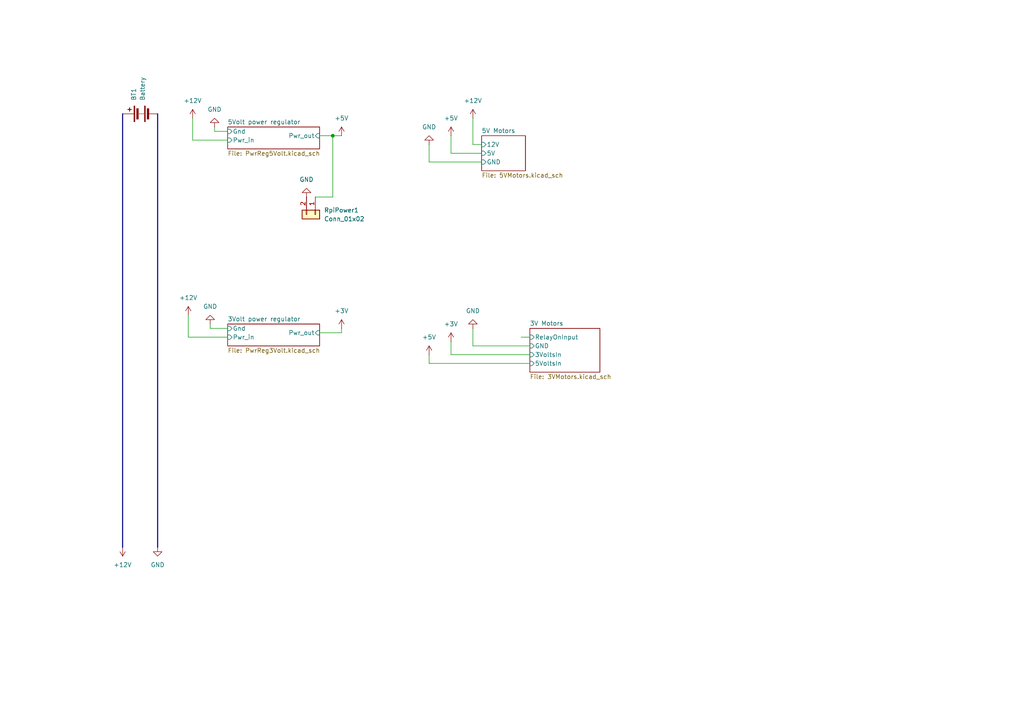
<source format=kicad_sch>
(kicad_sch (version 20231120) (generator "eeschema") (generator_version "8.0")
  (paper "A4")
  (lib_symbols
    (symbol "Connector_Generic:Conn_01x02" (pin_names (offset 1.016) hide)
      (property "Reference" "J" (at 0 2.54 0))
      (property "Value" "Conn_01x02" (at 0 -5.08 0))
      (symbol "Conn_01x02_1_1"
        (rectangle (start -1.27 -2.413) (end 0 -2.667) (stroke (width 0.1524)))
        (rectangle (start -1.27 0.127) (end 0 -0.127) (stroke (width 0.1524)))
        (rectangle (start -1.27 1.27) (end 1.27 -3.81) (stroke (width 0.254)) (fill (type background)))
        (pin passive line (at -5.08 0 0) (length 3.81) (name "Pin_1") (number "1"))
        (pin passive line (at -5.08 -2.54 0) (length 3.81) (name "Pin_2") (number "2"))
      )
    )
    (symbol "Device:Battery" (pin_numbers hide) (pin_names (offset 0) hide)
      (property "Reference" "BT" (at 2.54 2.54 0))
      (property "Value" "Battery" (at 2.54 0 0))
      (symbol "Battery_0_1"
        (rectangle (start -2.286 -1.27) (end 2.286 -1.524) (fill (type outline)))
        (rectangle (start -2.286 1.778) (end 2.286 1.524) (fill (type outline)))
        (rectangle (start -1.524 -2.032) (end 1.524 -2.54) (fill (type outline)))
        (rectangle (start -1.524 1.016) (end 1.524 0.508) (fill (type outline)))
        (polyline (pts (xy 0 -1.016) (xy 0 -0.762)))
        (polyline (pts (xy 0 -0.508) (xy 0 -0.254)))
        (polyline (pts (xy 0 0) (xy 0 0.254)))
        (polyline (pts (xy 0 1.778) (xy 0 2.54)))
        (polyline (pts (xy 0.762 3.048) (xy 1.778 3.048)) (stroke (width 0.254)))
        (polyline (pts (xy 1.27 3.556) (xy 1.27 2.54)) (stroke (width 0.254)))
      )
      (symbol "Battery_1_1"
        (pin passive line (at 0 5.08 270) (length 2.54) (name "+") (number "1"))
        (pin passive line (at 0 -5.08 90) (length 2.54) (name "-") (number "2"))
      )
    )
    (symbol "power:+12V" (power) (pin_numbers hide) (pin_names (offset 0) hide)
      (property "Value" "+12V" (at 0 3.556 0))
      (symbol "+12V_0_1"
        (polyline (pts (xy -0.762 1.27) (xy 0 2.54)))
        (polyline (pts (xy 0 0) (xy 0 2.54)))
        (polyline (pts (xy 0 2.54) (xy 0.762 1.27)))
      )
      (symbol "+12V_1_1"
        (pin power_in line (at 0 0 90) (length 0) (name "~") (number "1"))
      )
    )
    (symbol "power:+3.3V" (power) (pin_numbers hide) (pin_names (offset 0) hide)
      (property "Value" "+3.3V" (at 0 3.556 0))
      (symbol "+3.3V_0_1"
        (polyline (pts (xy -0.762 1.27) (xy 0 2.54)))
        (polyline (pts (xy 0 0) (xy 0 2.54)))
        (polyline (pts (xy 0 2.54) (xy 0.762 1.27)))
      )
      (symbol "+3.3V_1_1"
        (pin power_in line (at 0 0 90) (length 0) (name "~") (number "1"))
      )
    )
    (symbol "power:+5V" (power) (pin_numbers hide) (pin_names (offset 0) hide)
      (property "Value" "+5V" (at 0 3.556 0))
      (symbol "+5V_0_1"
        (polyline (pts (xy -0.762 1.27) (xy 0 2.54)))
        (polyline (pts (xy 0 0) (xy 0 2.54)))
        (polyline (pts (xy 0 2.54) (xy 0.762 1.27)))
      )
      (symbol "+5V_1_1"
        (pin power_in line (at 0 0 90) (length 0) (name "~") (number "1"))
      )
    )
    (symbol "power:GND" (power) (pin_numbers hide) (pin_names (offset 0) hide)
      (property "Value" "GND" (at 0 -3.81 0))
      (symbol "GND_0_1"
        (polyline (pts (xy 0 0) (xy 0 -1.27) (xy 1.27 -1.27) (xy 0 -2.54) (xy -1.27 -1.27) (xy 0 -1.27)))
      )
      (symbol "GND_1_1"
        (pin power_in line (at 0 0 270) (length 0) (name "~") (number "1"))
      )
    )
  )
  (junction (at 96.52 39.37))
  (wire (pts (xy 153.67 102.87) (xy 130.81 102.87)))
  (wire (pts (xy 139.7 41.91) (xy 137.16 41.91)))
  (wire (pts (xy 96.52 39.37) (xy 99.06 39.37)))
  (wire (pts (xy 62.23 38.1) (xy 62.23 36.83)))
  (wire (pts (xy 151.13 97.79) (xy 153.67 97.79)))
  (wire (pts (xy 124.46 102.87) (xy 124.46 105.41)))
  (wire (pts (xy 130.81 102.87) (xy 130.81 99.06)))
  (wire (pts (xy 130.81 44.45) (xy 130.81 39.37)))
  (wire (pts (xy 96.52 57.15) (xy 91.44 57.15)))
  (wire (pts (xy 124.46 105.41) (xy 153.67 105.41)))
  (bus (pts (xy 45.72 33.02) (xy 45.72 158.75)))
  (wire (pts (xy 66.04 97.79) (xy 54.61 97.79)))
  (bus (pts (xy 35.56 33.02) (xy 35.56 158.75)))
  (wire (pts (xy 137.16 41.91) (xy 137.16 34.29)))
  (wire (pts (xy 92.71 96.52) (xy 99.06 96.52)))
  (wire (pts (xy 139.7 44.45) (xy 130.81 44.45)))
  (wire (pts (xy 66.04 38.1) (xy 62.23 38.1)))
  (wire (pts (xy 55.88 40.64) (xy 55.88 34.29)))
  (wire (pts (xy 124.46 46.99) (xy 139.7 46.99)))
  (wire (pts (xy 66.04 95.25) (xy 60.96 95.25)))
  (wire (pts (xy 60.96 95.25) (xy 60.96 93.98)))
  (wire (pts (xy 92.71 39.37) (xy 96.52 39.37)))
  (wire (pts (xy 153.67 100.33) (xy 137.16 100.33)))
  (wire (pts (xy 54.61 97.79) (xy 54.61 91.44)))
  (wire (pts (xy 66.04 40.64) (xy 55.88 40.64)))
  (wire (pts (xy 124.46 41.91) (xy 124.46 46.99)))
  (wire (pts (xy 99.06 96.52) (xy 99.06 95.25)))
  (wire (pts (xy 137.16 100.33) (xy 137.16 95.25)))
  (wire (pts (xy 96.52 39.37) (xy 96.52 57.15)))
  (symbol (lib_id "power:+5V") (at 99.06 39.37 0) (unit 1)
    (property "Reference" "#PWR03" (effects (hide yes)))
    (property "Value" "+5V" (at 99.06 34.29 0))
    (property "Description" "Power symbol creates a global label with name \"+5V\"" (effects (hide yes)))
  )
  (symbol (lib_id "power:+12V") (at 54.61 91.44 0) (unit 1)
    (property "Reference" "#PWR014" (effects (hide yes)))
    (property "Value" "+12V" (at 54.61 86.36 0))
    (property "Description" "Power symbol creates a global label with name \"+12V\"" (effects (hide yes)))
  )
  (symbol (lib_id "power:+3.3V") (at 99.06 95.25 0) (unit 1)
    (property "Reference" "#PWR09" (effects (hide yes)))
    (property "Value" "+3V" (at 99.06 90.17 0))
    (property "Description" "Power symbol creates a global label with name \"+3.3V\"" (effects (hide yes)))
  )
  (symbol (lib_id "power:+5V") (at 130.81 39.37 0) (unit 1)
    (property "Reference" "#PWR06" (effects (hide yes)))
    (property "Value" "+5V" (at 130.81 34.29 0))
    (property "Description" "Power symbol creates a global label with name \"+5V\"" (effects (hide yes)))
  )
  (symbol (lib_id "power:GND") (at 62.23 36.83 180) (unit 1)
    (property "Reference" "#PWR013" (effects (hide yes)))
    (property "Value" "GND" (at 62.23 31.75 0))
    (property "Description" "Power symbol creates a global label with name \"GND\" , ground" (effects (hide yes)))
  )
  (symbol (lib_id "power:+3.3V") (at 130.81 99.06 0) (unit 1)
    (property "Reference" "#PWR011" (effects (hide yes)))
    (property "Value" "+3V" (at 130.81 93.98 0))
    (property "Description" "Power symbol creates a global label with name \"+3.3V\"" (effects (hide yes)))
  )
  (symbol (lib_id "power:GND") (at 137.16 95.25 180) (unit 1)
    (property "Reference" "#PWR010" (effects (hide yes)))
    (property "Value" "GND" (at 137.16 90.17 0))
    (property "Description" "Power symbol creates a global label with name \"GND\" , ground" (effects (hide yes)))
  )
  (symbol (lib_id "power:+5V") (at 124.46 102.87 0) (unit 1)
    (property "Reference" "#PWR04" (effects (hide yes)))
    (property "Value" "+5V" (at 124.46 97.79 0))
    (property "Description" "Power symbol creates a global label with name \"+5V\"" (effects (hide yes)))
  )
  (symbol (lib_id "power:+12V") (at 55.88 34.29 0) (unit 1)
    (property "Reference" "#PWR012" (effects (hide yes)))
    (property "Value" "+12V" (at 55.88 29.21 0))
    (property "Description" "Power symbol creates a global label with name \"+12V\"" (effects (hide yes)))
  )
  (symbol (lib_id "power:GND") (at 88.9 57.15 180) (unit 1)
    (property "Reference" "#PWR016" (effects (hide yes)))
    (property "Value" "GND" (at 88.9 52.07 0))
    (property "Description" "Power symbol creates a global label with name \"GND\" , ground" (effects (hide yes)))
  )
  (symbol (lib_id "Connector_Generic:Conn_01x02") (at 91.44 62.23 270) (unit 1)
    (property "Reference" "RpiPower1" (at 93.98 60.9599 90) (effects (justify left)))
    (property "Value" "Conn_01x02" (at 93.98 63.4999 90) (effects (justify left)))
    (property "Footprint" "Connector_PinHeader_2.54mm:PinHeader_1x02_P2.54mm_Vertical" (effects (hide yes)))
    (property "Description" "Generic connector, single row, 01x02, script generated (kicad-library-utils/schlib/autogen/connector/)" (effects (hide yes)))
  )
  (symbol (lib_id "Device:Battery") (at 40.64 33.02 90) (unit 1)
    (property "Reference" "BT1" (at 38.7984 29.21 0) (effects (justify left)))
    (property "Value" "Battery" (at 41.3384 29.21 0) (effects (justify left)))
    (property "Footprint" "Connector_BarrelJack:BarrelJack_CUI_PJ-102AH_Horizontal" (effects (hide yes)))
    (property "Description" "Multiple-cell battery" (effects (hide yes)))
  )
  (symbol (lib_id "power:GND") (at 45.72 158.75 0) (unit 1)
    (property "Reference" "#PWR02" (effects (hide yes)))
    (property "Value" "GND" (at 45.72 163.83 0))
    (property "Description" "Power symbol creates a global label with name \"GND\" , ground" (effects (hide yes)))
  )
  (symbol (lib_id "power:GND") (at 60.96 93.98 180) (unit 1)
    (property "Reference" "#PWR015" (effects (hide yes)))
    (property "Value" "GND" (at 60.96 88.9 0))
    (property "Description" "Power symbol creates a global label with name \"GND\" , ground" (effects (hide yes)))
  )
  (symbol (lib_id "power:+12V") (at 35.56 158.75 180) (unit 1)
    (property "Reference" "#PWR01" (effects (hide yes)))
    (property "Value" "+12V" (at 35.56 163.83 0))
    (property "Description" "Power symbol creates a global label with name \"+12V\"" (effects (hide yes)))
  )
  (symbol (lib_id "power:+12V") (at 137.16 34.29 0) (unit 1)
    (property "Reference" "#PWR07" (effects (hide yes)))
    (property "Value" "+12V" (at 137.16 29.21 0))
    (property "Description" "Power symbol creates a global label with name \"+12V\"" (effects (hide yes)))
  )
  (symbol (lib_id "power:GND") (at 124.46 41.91 180) (unit 1)
    (property "Reference" "#PWR08" (effects (hide yes)))
    (property "Value" "GND" (at 124.46 36.83 0))
    (property "Description" "Power symbol creates a global label with name \"GND\" , ground" (effects (hide yes)))
  )
  (sheet (at 66.04 93.98) (size 26.67 6.35) (stroke (width 0.1524))
    (property "Sheetname" "3Volt power regulator" (at 66.04 93.2684 0) (effects (justify left bottom)))
    (property "Sheetfile" "PwrReg3Volt.kicad_sch" (at 66.04 100.9146 0) (effects (justify left top)))
    (pin "Pwr_in" input (at 66.04 97.79 180))
    (pin "Gnd" input (at 66.04 95.25 180))
    (pin "Pwr_out" input (at 92.71 96.52 0))
  )
  (sheet (at 153.67 95.25) (size 20.32 12.7) (stroke (width 0.1524))
    (property "Sheetname" "3V Motors" (at 153.67 94.5384 0) (effects (justify left bottom)))
    (property "Sheetfile" "3VMotors.kicad_sch" (at 153.67 108.5346 0) (effects (justify left top)))
    (pin "GND" input (at 153.67 100.33 180))
    (pin "RelayOnInput" input (at 153.67 97.79 180))
    (pin "3VoltsIn" input (at 153.67 102.87 180))
    (pin "5VoltsIn" input (at 153.67 105.41 180))
  )
  (sheet (at 66.04 36.83) (size 26.67 6.35) (stroke (width 0.1524))
    (property "Sheetname" "5Volt power regulator" (at 66.04 36.1184 0) (effects (justify left bottom)))
    (property "Sheetfile" "PwrReg5Volt.kicad_sch" (at 66.04 43.7646 0) (effects (justify left top)))
    (pin "Pwr_in" input (at 66.04 40.64 180))
    (pin "Gnd" input (at 66.04 38.1 180))
    (pin "Pwr_out" input (at 92.71 39.37 0))
  )
  (sheet (at 139.7 39.37) (size 12.7 10.16) (stroke (width 0.1524))
    (property "Sheetname" "5V Motors" (at 139.7 38.6584 0) (effects (justify left bottom)))
    (property "Sheetfile" "5VMotors.kicad_sch" (at 139.7 50.1146 0) (effects (justify left top)))
    (pin "12V" input (at 139.7 41.91 180))
    (pin "5V" input (at 139.7 44.45 180))
    (pin "GND" input (at 139.7 46.99 180))
  )
)
</source>
